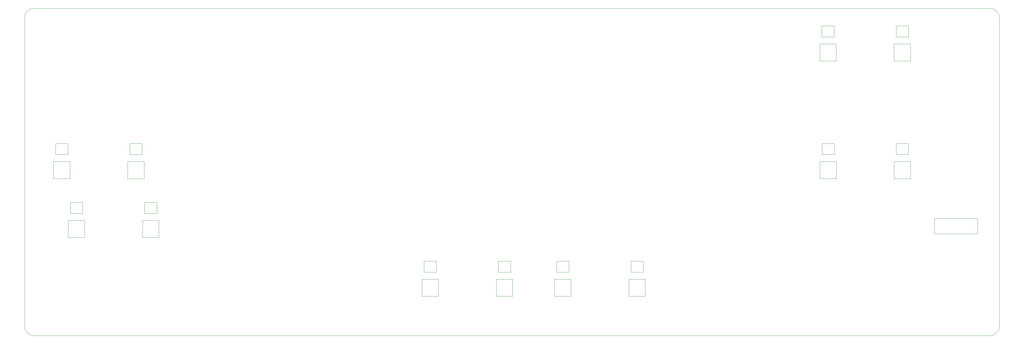
<source format=gm1>
G04 #@! TF.GenerationSoftware,KiCad,Pcbnew,(5.1.10)-1*
G04 #@! TF.CreationDate,2022-02-10T09:54:13+11:00*
G04 #@! TF.ProjectId,mf68,6d663638-2e6b-4696-9361-645f70636258,rev?*
G04 #@! TF.SameCoordinates,Original*
G04 #@! TF.FileFunction,Profile,NP*
%FSLAX46Y46*%
G04 Gerber Fmt 4.6, Leading zero omitted, Abs format (unit mm)*
G04 Created by KiCad (PCBNEW (5.1.10)-1) date 2022-02-10 09:54:13*
%MOMM*%
%LPD*%
G01*
G04 APERTURE LIST*
G04 #@! TA.AperFunction,Profile*
%ADD10C,0.050000*%
G04 #@! TD*
G04 #@! TA.AperFunction,Profile*
%ADD11C,0.100000*%
G04 #@! TD*
G04 #@! TA.AperFunction,Profile*
%ADD12C,0.120000*%
G04 #@! TD*
G04 APERTURE END LIST*
D10*
X31400000Y-161150000D02*
G75*
G02*
X28400000Y-158150000I0J3000000D01*
G01*
X28400000Y-58150000D02*
G75*
G02*
X31400000Y-55150000I3000000J0D01*
G01*
X340400000Y-55150000D02*
G75*
G02*
X343400000Y-58150000I0J-3000000D01*
G01*
X343400000Y-158150000D02*
G75*
G02*
X340400000Y-161150000I-3000000J0D01*
G01*
D11*
X28400000Y-158150000D02*
X28400000Y-58150000D01*
X31400000Y-55150000D02*
X340400000Y-55150000D01*
X340400000Y-161150000D02*
X31400000Y-161150000D01*
X343400000Y-58150000D02*
X343400000Y-158150000D01*
D10*
X322392900Y-123108300D02*
X322392900Y-128108300D01*
X336392900Y-123108300D02*
X322392900Y-123108300D01*
X336392900Y-128108300D02*
X336392900Y-123108300D01*
X322392900Y-128108300D02*
X336392900Y-128108300D01*
D12*
X185450000Y-140550000D02*
X185450000Y-137050000D01*
X181450000Y-137050000D02*
X181450000Y-140550000D01*
X181450000Y-140550000D02*
X185450000Y-140550000D01*
X181450000Y-137050000D02*
X185450000Y-137050000D01*
X180800000Y-142850000D02*
X180800000Y-148350000D01*
X186100000Y-148350000D02*
X186100000Y-142850000D01*
X180800000Y-142850000D02*
X186100000Y-142850000D01*
X180800000Y-148350000D02*
X186100000Y-148350000D01*
X161450000Y-140550000D02*
X161450000Y-137050000D01*
X157450000Y-137050000D02*
X157450000Y-140550000D01*
X157450000Y-140550000D02*
X161450000Y-140550000D01*
X157450000Y-137050000D02*
X161450000Y-137050000D01*
X156800000Y-142850000D02*
X156800000Y-148350000D01*
X162100000Y-148350000D02*
X162100000Y-142850000D01*
X156800000Y-142850000D02*
X162100000Y-142850000D01*
X156800000Y-148350000D02*
X162100000Y-148350000D01*
X285356000Y-72150000D02*
X290656000Y-72150000D01*
X285356000Y-66650000D02*
X290656000Y-66650000D01*
X290656000Y-72150000D02*
X290656000Y-66650000D01*
X285356000Y-66650000D02*
X285356000Y-72150000D01*
X286006000Y-60850000D02*
X290006000Y-60850000D01*
X286006000Y-64350000D02*
X290006000Y-64350000D01*
X286006000Y-60850000D02*
X286006000Y-64350000D01*
X290006000Y-64350000D02*
X290006000Y-60850000D01*
X309356000Y-72150000D02*
X314656000Y-72150000D01*
X309356000Y-66650000D02*
X314656000Y-66650000D01*
X314656000Y-72150000D02*
X314656000Y-66650000D01*
X309356000Y-66650000D02*
X309356000Y-72150000D01*
X310006000Y-60850000D02*
X314006000Y-60850000D01*
X310006000Y-64350000D02*
X314006000Y-64350000D01*
X310006000Y-60850000D02*
X310006000Y-64350000D01*
X314006000Y-64350000D02*
X314006000Y-60850000D01*
X199662500Y-148350000D02*
X204962500Y-148350000D01*
X199662500Y-142850000D02*
X204962500Y-142850000D01*
X204962500Y-148350000D02*
X204962500Y-142850000D01*
X199662500Y-142850000D02*
X199662500Y-148350000D01*
X200312500Y-137050000D02*
X204312500Y-137050000D01*
X200312500Y-140550000D02*
X204312500Y-140550000D01*
X200312500Y-137050000D02*
X200312500Y-140550000D01*
X204312500Y-140550000D02*
X204312500Y-137050000D01*
X223662500Y-148350000D02*
X228962500Y-148350000D01*
X223662500Y-142850000D02*
X228962500Y-142850000D01*
X228962500Y-148350000D02*
X228962500Y-142850000D01*
X223662500Y-142850000D02*
X223662500Y-148350000D01*
X224312500Y-137050000D02*
X228312500Y-137050000D01*
X224312500Y-140550000D02*
X228312500Y-140550000D01*
X224312500Y-137050000D02*
X224312500Y-140550000D01*
X228312500Y-140550000D02*
X228312500Y-137050000D01*
X285387500Y-110250000D02*
X290687500Y-110250000D01*
X285387500Y-104750000D02*
X290687500Y-104750000D01*
X290687500Y-110250000D02*
X290687500Y-104750000D01*
X285387500Y-104750000D02*
X285387500Y-110250000D01*
X286037500Y-98950000D02*
X290037500Y-98950000D01*
X286037500Y-102450000D02*
X290037500Y-102450000D01*
X286037500Y-98950000D02*
X286037500Y-102450000D01*
X290037500Y-102450000D02*
X290037500Y-98950000D01*
X309387500Y-110250000D02*
X314687500Y-110250000D01*
X309387500Y-104750000D02*
X314687500Y-104750000D01*
X314687500Y-110250000D02*
X314687500Y-104750000D01*
X309387500Y-104750000D02*
X309387500Y-110250000D01*
X310037500Y-98950000D02*
X314037500Y-98950000D01*
X310037500Y-102450000D02*
X314037500Y-102450000D01*
X310037500Y-98950000D02*
X310037500Y-102450000D01*
X314037500Y-102450000D02*
X314037500Y-98950000D01*
X37737500Y-110250000D02*
X43037500Y-110250000D01*
X37737500Y-104750000D02*
X43037500Y-104750000D01*
X43037500Y-110250000D02*
X43037500Y-104750000D01*
X37737500Y-104750000D02*
X37737500Y-110250000D01*
X38387500Y-98950000D02*
X42387500Y-98950000D01*
X38387500Y-102450000D02*
X42387500Y-102450000D01*
X38387500Y-98950000D02*
X38387500Y-102450000D01*
X42387500Y-102450000D02*
X42387500Y-98950000D01*
X61737500Y-110250000D02*
X67037500Y-110250000D01*
X61737500Y-104750000D02*
X67037500Y-104750000D01*
X67037500Y-110250000D02*
X67037500Y-104750000D01*
X61737500Y-104750000D02*
X61737500Y-110250000D01*
X62387500Y-98950000D02*
X66387500Y-98950000D01*
X62387500Y-102450000D02*
X66387500Y-102450000D01*
X62387500Y-98950000D02*
X62387500Y-102450000D01*
X66387500Y-102450000D02*
X66387500Y-98950000D01*
X71150000Y-121500000D02*
X71150000Y-118000000D01*
X67150000Y-118000000D02*
X67150000Y-121500000D01*
X67150000Y-121500000D02*
X71150000Y-121500000D01*
X67150000Y-118000000D02*
X71150000Y-118000000D01*
X66500000Y-123800000D02*
X66500000Y-129300000D01*
X71800000Y-129300000D02*
X71800000Y-123800000D01*
X66500000Y-123800000D02*
X71800000Y-123800000D01*
X66500000Y-129300000D02*
X71800000Y-129300000D01*
X47150000Y-121500000D02*
X47150000Y-118000000D01*
X43150000Y-118000000D02*
X43150000Y-121500000D01*
X43150000Y-121500000D02*
X47150000Y-121500000D01*
X43150000Y-118000000D02*
X47150000Y-118000000D01*
X42500000Y-123800000D02*
X42500000Y-129300000D01*
X47800000Y-129300000D02*
X47800000Y-123800000D01*
X42500000Y-123800000D02*
X47800000Y-123800000D01*
X42500000Y-129300000D02*
X47800000Y-129300000D01*
M02*

</source>
